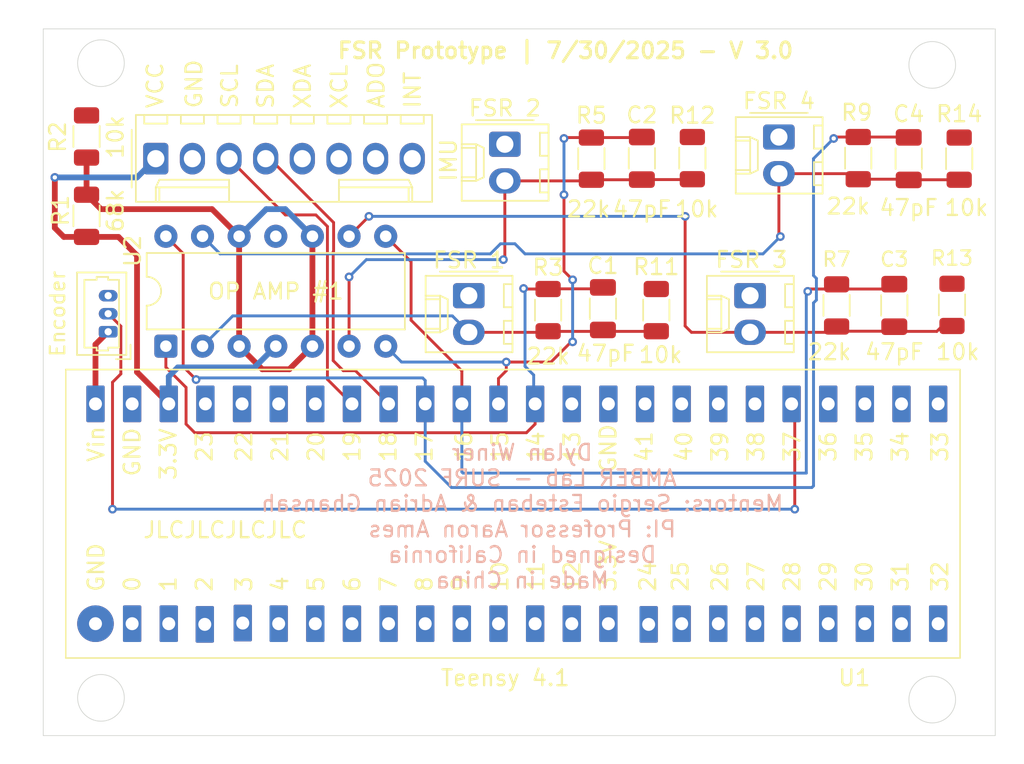
<source format=kicad_pcb>
(kicad_pcb (version 20241229) (generator "pcbnew") (generator_version "9.0")
  (layers (0 "F.Cu" signal "Front") (2 "B.Cu" signal "Back") (13 "F.Paste" user) (15 "B.Paste" user) (5 "F.SilkS" user "F.Silkscreen") (7 "B.SilkS" user "B.Silkscreen") (1 "F.Mask" user) (3 "B.Mask" user) (25 "Edge.Cuts" user))
  (net 0 "")
  (net 1 "Net-(U1-14_A0_TX3_SPDIF_OUT)")
  (net 2 "Net-(J1-Pin_2)")
  (net 3 "Net-(J2-Pin_2)")
  (net 4 "Net-(U1-15_A1_RX3_SPDIF_IN)")
  (net 5 "Net-(J3-Pin_2)")
  (net 6 "Net-(U1-16_A2_RX4_SCL1)")
  (net 7 "Net-(U1-17_A3_TX4_SDA1)")
  (net 8 "Net-(J4-Pin_2)")
  (net 9 "GND")
  (net 11 "Net-(J17-Pin_4)")
  (net 13 "Net-(J17-Pin_3)")
  (net 15 "Net-(J17-Pin_1)")
  (net 16 "Net-(J19-Pin_2)")
  (net 17 "Net-(J19-Pin_1)")
  (net 18 "Net-(U2A-+)")
  (footprint "MyTeensyLiv:Teensy_4.1" (layer "F.Cu") (at 110.56 73.62 90)
    (property "Reference" "U1" (at -11.38 24.67 0) (layer "F.SilkS") (effects (font (size 1.1 1.1) (thickness 0.16))))
    (property "Value" "Teensy4.1")
    (fp_text user "3" (at -5.5 -17 90) (layer "F.SilkS") (effects (font (size 1.1 1.1) (thickness 0.16)) (justify left bottom)))
    (fp_text user "28" (at -5.5 21 90) (layer "F.SilkS") (effects (font (size 1.1 1.1) (thickness 0.16)) (justify left bottom)))
    (fp_text user "21" (at 3.5 -14.5 90) (layer "F.SilkS") (effects (font (size 1.1 1.1) (thickness 0.16)) (justify left bottom)))
    (fp_text user "GND" (at -5.5 -27.25 90) (layer "F.SilkS") (effects (font (size 1.1 1.1) (thickness 0.16)) (justify left bottom)))
    (fp_text user "32" (at -5.5 31.25 90) (layer "F.SilkS") (effects (font (size 1.1 1.1) (thickness 0.16)) (justify left bottom)))
    (fp_text user "Vin" (at 3.5 -27.25 90) (layer "F.SilkS") (effects (font (size 1.1 1.1) (thickness 0.16)) (justify left bottom)))
    (fp_text user "10" (at -5.5 0.75 90) (layer "F.SilkS") (effects (font (size 1.1 1.1) (thickness 0.16)) (justify left bottom)))
    (fp_text user "11" (at -5.5 3.25 90) (layer "F.SilkS") (effects (font (size 1.1 1.1) (thickness 0.16)) (justify left bottom)))
    (fp_text user "27" (at -5.5 18.5 90) (layer "F.SilkS") (effects (font (size 1.1 1.1) (thickness 0.16)) (justify left bottom)))
    (fp_text user "18" (at 3.5 -7 90) (layer "F.SilkS") (effects (font (size 1.1 1.1) (thickness 0.16)) (justify left bottom)))
    (fp_text user "23" (at 3.5 -19.75 90) (layer "F.SilkS") (effects (font (size 1.1 1.1) (thickness 0.16)) (justify left bottom)))
    (fp_text user "15" (at 3.5 0.75 90) (layer "F.SilkS") (effects (font (size 1.1 1.1) (thickness 0.16)) (justify left bottom)))
    (fp_text user "25" (at -5.5 13.25 90) (layer "F.SilkS") (effects (font (size 1.1 1.1) (thickness 0.16)) (justify left bottom)))
    (fp_text user "GND" (at 2.5 -24.75 90) (layer "F.SilkS") (effects (font (size 1.1 1.1) (thickness 0.16)) (justify left bottom)))
    (fp_text user "19" (at 3.5 -9.5 90) (layer "F.SilkS") (effects (font (size 1.1 1.1) (thickness 0.16)) (justify left bottom)))
    (fp_text user "9" (at -5.5 -2 90) (layer "F.SilkS") (effects (font (size 1.1 1.1) (thickness 0.16)) (justify left bottom)))
    (fp_text user "7" (at -5.5 -7 90) (layer "F.SilkS") (effects (font (size 1.1 1.1) (thickness 0.16)) (justify left bottom)))
    (fp_text user "4" (at -5.5 -14.5 90) (layer "F.SilkS") (effects (font (size 1.1 1.1) (thickness 0.16)) (justify left bottom)))
    (fp_text user "13" (at 3.5 5.75 90) (layer "F.SilkS") (effects (font (size 1.1 1.1) (thickness 0.16)) (justify left bottom)))
    (fp_text user "8" (at -5.5 -4.5 90) (layer "F.SilkS") (effects (font (size 1.1 1.1) (thickness 0.16)) (justify left bottom)))
    (fp_text user "3.3V" (at 2.25 -22.25 90) (layer "F.SilkS") (effects (font (size 1.1 1.1) (thickness 0.16)) (justify left bottom)))
    (fp_text user "41" (at 3.5 10.75 90) (layer "F.SilkS") (effects (font (size 1.1 1.1) (thickness 0.16)) (justify left bottom)))
    (fp_text user "20" (at 3.5 -12 90) (layer "F.SilkS") (effects (font (size 1.1 1.1) (thickness 0.16)) (justify left bottom)))
    (fp_text user "34" (at 3.5 28.5 90) (layer "F.SilkS") (effects (font (size 1.1 1.1) (thickness 0.16)) (justify left bottom)))
    (fp_text user "3.3V" (at -5.5 8.25 90) (layer "F.SilkS") (effects (font (size 1.1 1.1) (thickness 0.16)) (justify left bottom)))
    (fp_text user "22" (at 3.5 -17 90) (layer "F.SilkS") (effects (font (size 1.1 1.1) (thickness 0.16)) (justify left bottom)))
    (fp_text user "0" (at -5.5 -24.75 90) (layer "F.SilkS") (effects (font (size 1.1 1.1) (thickness 0.16)) (justify left bottom)))
    (fp_text user "2" (at -5.5 -19.75 90) (layer "F.SilkS") (effects (font (size 1.1 1.1) (thickness 0.16)) (justify left bottom)))
    (fp_text user "30" (at -5.5 26 90) (layer "F.SilkS") (effects (font (size 1.1 1.1) (thickness 0.16)) (justify left bottom)))
    (fp_text user "6" (at -5.5 -9.5 90) (layer "F.SilkS") (effects (font (size 1.1 1.1) (thickness 0.16)) (justify left bottom)))
    (fp_text user "33" (at 3.5 31.25 90) (layer "F.SilkS") (effects (font (size 1.1 1.1) (thickness 0.16)) (justify left bottom)))
    (fp_text user "GND" (at 2.75 8.25 90) (layer "F.SilkS") (effects (font (size 1.1 1.1) (thickness 0.16)) (justify left bottom)))
    (fp_text user "5" (at -5.5 -12 90) (layer "F.SilkS") (effects (font (size 1.1 1.1) (thickness 0.16)) (justify left bottom)))
    (fp_text user "24" (at -5.5 11 90) (layer "F.SilkS") (effects (font (size 1.1 1.1) (thickness 0.16)) (justify left bottom)))
    (fp_text user "14" (at 3.5 3.25 90) (layer "F.SilkS") (effects (font (size 1.1 1.1) (thickness 0.16)) (justify left bottom)))
    (fp_text user "26" (at -5.5 16 90) (layer "F.SilkS") (effects (font (size 1.1 1.1) (thickness 0.16)) (justify left bottom)))
    (fp_text user "35" (at 3.5 26 90) (layer "F.SilkS") (effects (font (size 1.1 1.1) (thickness 0.16)) (justify left bottom)))
    (fp_text user "31" (at -5.5 28.5 90) (layer "F.SilkS") (effects (font (size 1.1 1.1) (thickness 0.16)) (justify left bottom)))
    (fp_text user "39" (at 3.5 16 90) (layer "F.SilkS") (effects (font (size 1.1 1.1) (thickness 0.16)) (justify left bottom)))
    (fp_text user "1" (at -5.5 -22.25 90) (layer "F.SilkS") (effects (font (size 1.1 1.1) (thickness 0.16)) (justify left bottom)))
    (fp_text user "12" (at -5.5 5.75 90) (layer "F.SilkS") (effects (font (size 1.1 1.1) (thickness 0.16)) (justify left bottom)))
    (fp_text user "40" (at 3.5 13.5 90) (layer "F.SilkS") (effects (font (size 1.1 1.1) (thickness 0.16)) (justify left bottom)))
    (fp_text user "37" (at 3.5 21 90) (layer "F.SilkS") (effects (font (size 1.1 1.1) (thickness 0.16)) (justify left bottom)))
    (fp_text user "29" (at -5.5 23.5 90) (layer "F.SilkS") (effects (font (size 1.1 1.1) (thickness 0.16)) (justify left bottom)))
    (fp_text user "36" (at 3.5 23.5 90) (layer "F.SilkS") (effects (font (size 1.1 1.1) (thickness 0.16)) (justify left bottom)))
    (fp_text user "38" (at 3.5 18.5 90) (layer "F.SilkS") (effects (font (size 1.1 1.1) (thickness 0.16)) (justify left bottom)))
    (fp_text user "17" (at 3.5 -4.5 90) (layer "F.SilkS") (effects (font (size 1.1 1.1) (thickness 0.16)) (justify left bottom)))
    (fp_text user "16" (at 3.5 -1.75 90) (layer "F.SilkS") (effects (font (size 1.1 1.1) (thickness 0.16)) (justify left bottom)))
    (pad "1" thru_hole circle (at -7.62 -27.94 90) (size 2.54 2.54) (drill 0.9) (layers "*.Cu" "*.Mask") (net 9 "GND"))
    (pad "2" thru_hole roundrect (at -7.62 -25.4 90) (size 2.54 1.27) (drill 0.9) (layers "*.Cu" "*.Mask") (roundrect_rratio 0.075))
    (pad "3" thru_hole roundrect (at -7.62 -22.86 90) (size 2.54 1.27) (drill 0.9) (layers "*.Cu" "*.Mask") (roundrect_rratio 0.075))
    (pad "4" thru_hole roundrect (at -7.667039 -20.36208 90) (size 2.54 1.27) (drill 0.9) (layers "*.Cu" "*.Mask") (roundrect_rratio 0.075))
    (pad "5" thru_hole roundrect (at -7.576266 -17.729653 90) (size 2.54 1.27) (drill 0.9) (layers "*.Cu" "*.Mask") (roundrect_rratio 0.075))
    (pad "6" thru_hole roundrect (at -7.62 -15.24 90) (size 2.54 1.27) (drill 0.9) (layers "*.Cu" "*.Mask") (roundrect_rratio 0.075))
    (pad "7" thru_hole roundrect (at -7.62 -12.7 90) (size 2.54 1.27) (drill 0.9) (layers "*.Cu" "*.Mask") (roundrect_rratio 0.075))
    (pad "8" thru_hole roundrect (at -7.62 -10.16 90) (size 2.54 1.27) (drill 0.9) (layers "*.Cu" "*.Mask") (roundrect_rratio 0.075))
    (pad "9" thru_hole roundrect (at -7.62 -7.62 90) (size 2.54 1.27) (drill 0.9) (layers "*.Cu" "*.Mask") (roundrect_rratio 0.075))
    (pad "10" thru_hole roundrect (at -7.62 -5.08 90) (size 2.54 1.27) (drill 0.9) (layers "*.Cu" "*.Mask") (roundrect_rratio 0.075))
    (pad "11" thru_hole roundrect (at -7.62 -2.54 90) (size 2.54 1.27) (drill 0.9) (layers "*.Cu" "*.Mask") (roundrect_rratio 0.075))
    (pad "12" thru_hole roundrect (at -7.62 0 90) (size 2.54 1.27) (drill 0.9) (layers "*.Cu" "*.Mask") (roundrect_rratio 0.075))
    (pad "13" thru_hole roundrect (at -7.62 2.54 90) (size 2.54 1.27) (drill 0.9) (layers "*.Cu" "*.Mask") (roundrect_rratio 0.075))
    (pad "14" thru_hole roundrect (at -7.62 5.08 90) (size 2.54 1.27) (drill 0.9) (layers "*.Cu" "*.Mask") (roundrect_rratio 0.075))
    (pad "15" thru_hole roundrect (at -7.62 7.62 90) (size 2.54 1.27) (drill 0.9) (layers "*.Cu" "*.Mask") (roundrect_rratio 0.075))
    (pad "16" thru_hole roundrect (at -7.667039 10.41008 90) (size 2.54 1.27) (drill 0.9) (layers "*.Cu" "*.Mask") (roundrect_rratio 0.075))
    (pad "17" thru_hole roundrect (at -7.62 12.7 90) (size 2.54 1.27) (drill 0.9) (layers "*.Cu" "*.Mask") (roundrect_rratio 0.075))
    (pad "18" thru_hole roundrect (at -7.62 15.24 90) (size 2.54 1.27) (drill 0.9) (layers "*.Cu" "*.Mask") (roundrect_rratio 0.075))
    (pad "19" thru_hole roundrect (at -7.62 17.78 90) (size 2.54 1.27) (drill 0.9) (layers "*.Cu" "*.Mask") (roundrect_rratio 0.075))
    (pad "20" thru_hole roundrect (at -7.62 20.32 90) (size 2.54 1.27) (drill 0.9) (layers "*.Cu" "*.Mask") (roundrect_rratio 0.075))
    (pad "21" thru_hole roundrect (at -7.62 22.86 90) (size 2.54 1.27) (drill 0.9) (layers "*.Cu" "*.Mask") (roundrect_rratio 0.075))
    (pad "22" thru_hole roundrect (at -7.62 25.4 90) (size 2.54 1.27) (drill 0.9) (layers "*.Cu" "*.Mask") (roundrect_rratio 0.075))
    (pad "23" thru_hole roundrect (at -7.62 27.94 90) (size 2.54 1.27) (drill 0.9) (layers "*.Cu" "*.Mask") (roundrect_rratio 0.075))
    (pad "24" thru_hole roundrect (at -7.62 30.48 90) (size 2.54 1.27) (drill 0.9) (layers "*.Cu" "*.Mask") (roundrect_rratio 0.075))
    (pad "25" thru_hole roundrect (at 7.62 30.48 90) (size 2.54 1.27) (drill 0.9) (layers "*.Cu" "*.Mask") (roundrect_rratio 0.075))
    (pad "26" thru_hole roundrect (at 7.62 27.94 90) (size 2.54 1.27) (drill 0.9) (layers "*.Cu" "*.Mask") (roundrect_rratio 0.075))
    (pad "27" thru_hole roundrect (at 7.62 25.4 90) (size 2.54 1.27) (drill 0.9) (layers "*.Cu" "*.Mask") (roundrect_rratio 0.075))
    (pad "28" thru_hole roundrect (at 7.62 22.86 90) (size 2.54 1.27) (drill 0.9) (layers "*.Cu" "*.Mask") (roundrect_rratio 0.075))
    (pad "29" thru_hole roundrect (at 7.62 20.32 90) (size 2.54 1.27) (drill 0.9) (layers "*.Cu" "*.Mask") (roundrect_rratio 0.075) (net 16 "Net-(J19-Pin_2)"))
    (pad "30" thru_hole roundrect (at 7.62 17.78 90) (size 2.54 1.27) (drill 0.9) (layers "*.Cu" "*.Mask") (roundrect_rratio 0.075))
    (pad "31" thru_hole roundrect (at 7.62 15.24 90) (size 2.54 1.27) (drill 0.9) (layers "*.Cu" "*.Mask") (roundrect_rratio 0.075))
    (pad "32" thru_hole roundrect (at 7.62 12.7 90) (size 2.54 1.27) (drill 0.9) (layers "*.Cu" "*.Mask") (roundrect_rratio 0.075))
    (pad "33" thru_hole roundrect (at 7.62 10.16 90) (size 2.54 1.27) (drill 0.9) (layers "*.Cu" "*.Mask") (roundrect_rratio 0.075))
    (pad "34" thru_hole roundrect (at 7.62 7.62 90) (size 2.54 1.27) (drill 0.9) (layers "*.Cu" "*.Mask") (roundrect_rratio 0.075))
    (pad "35" thru_hole roundrect (at 7.62 5.08 90) (size 2.54 1.27) (drill 0.9) (layers "*.Cu" "*.Mask") (roundrect_rratio 0.075))
    (pad "36" thru_hole roundrect (at 7.62 2.54 90) (size 2.54 1.27) (drill 0.9) (layers "*.Cu" "*.Mask") (roundrect_rratio 0.075) (net 1 "Net-(U1-14_A0_TX3_SPDIF_OUT)"))
    (pad "37" thru_hole roundrect (at 7.62 0 90) (size 2.54 1.27) (drill 0.9) (layers "*.Cu" "*.Mask") (roundrect_rratio 0.075) (net 4 "Net-(U1-15_A1_RX3_SPDIF_IN)"))
    (pad "38" thru_hole roundrect (at 7.62 -2.54 90) (size 2.54 1.27) (drill 0.9) (layers "*.Cu" "*.Mask") (roundrect_rratio 0.075) (net 6 "Net-(U1-16_A2_RX4_SCL1)"))
    (pad "39" thru_hole roundrect (at 7.62 -5.08 90) (size 2.54 1.27) (drill 0.9) (layers "*.Cu" "*.Mask") (roundrect_rratio 0.075) (net 7 "Net-(U1-17_A3_TX4_SDA1)"))
    (pad "40" thru_hole roundrect (at 7.62 -7.62 90) (size 2.54 1.27) (drill 0.9) (layers "*.Cu" "*.Mask") (roundrect_rratio 0.075) (net 11 "Net-(J17-Pin_4)"))
    (pad "41" thru_hole roundrect (at 7.62 -10.16 90) (size 2.54 1.27) (drill 0.9) (layers "*.Cu" "*.Mask") (roundrect_rratio 0.075) (net 13 "Net-(J17-Pin_3)"))
    (pad "42" thru_hole roundrect (at 7.62 -12.7 90) (size 2.54 1.27) (drill 0.9) (layers "*.Cu" "*.Mask") (roundrect_rratio 0.075))
    (pad "43" thru_hole roundrect (at 7.62 -15.24 90) (size 2.54 1.27) (drill 0.9) (layers "*.Cu" "*.Mask") (roundrect_rratio 0.075))
    (pad "44" thru_hole roundrect (at 7.62 -17.78 90) (size 2.54 1.27) (drill 0.9) (layers "*.Cu" "*.Mask") (roundrect_rratio 0.075))
    (pad "45" thru_hole roundrect (at 7.62 -20.32 90) (size 2.54 1.27) (drill 0.9) (layers "*.Cu" "*.Mask") (roundrect_rratio 0.075))
    (pad "46" thru_hole roundrect (at 7.62 -22.86 90) (size 2.54 1.27) (drill 0.9) (layers "*.Cu" "*.Mask") (roundrect_rratio 0.075) (net 15 "Net-(J17-Pin_1)"))
    (pad "47" thru_hole roundrect (at 7.62 -25.4 90) (size 2.54 1.27) (drill 0.9) (layers "*.Cu" "*.Mask") (roundrect_rratio 0.075))
    (pad "48" thru_hole roundrect (at 7.62 -27.94 90) (size 2.54 1.27) (drill 0.9) (layers "*.Cu" "*.Mask") (roundrect_rratio 0.075) (net 17 "Net-(J19-Pin_1)"))
  )
  (footprint "Capacitor_SMD:C_1206_3216Metric" (layer "F.Cu") (at 117.8 59.4 90)
    (property "Reference" "C1" (at 2.975 0 180) (layer "F.SilkS") (effects (font (size 1.1 1.1) (thickness 0.16))))
    (property "Value" "47pF" (at -3.1 0.2 180) (layer "F.SilkS") (effects (font (size 1.1 1.1) (thickness 0.16))))
    (pad "1" smd roundrect (at -1.475 0 90) (size 1.15 1.8) (layers "F.Cu" "F.Mask" "F.Paste") (roundrect_rratio 0.217391) (net 2 "Net-(J1-Pin_2)"))
    (pad "2" smd roundrect (at 1.475 0 90) (size 1.15 1.8) (layers "F.Cu" "F.Mask" "F.Paste") (roundrect_rratio 0.217391) (net 1 "Net-(U1-14_A0_TX3_SPDIF_OUT)"))
  )
  (footprint "Capacitor_SMD:C_1206_3216Metric" (layer "F.Cu") (at 120.5 48.975 90)
    (property "Reference" "C2" (at 3 0 180) (layer "F.SilkS") (effects (font (size 1.1 1.1) (thickness 0.16))))
    (property "Value" "47pF" (at -3.525 0 180) (layer "F.SilkS") (effects (font (size 1.1 1.1) (thickness 0.16))))
    (pad "1" smd roundrect (at -1.475 0 90) (size 1.15 1.8) (layers "F.Cu" "F.Mask" "F.Paste") (roundrect_rratio 0.217391) (net 3 "Net-(J2-Pin_2)"))
    (pad "2" smd roundrect (at 1.475 0 90) (size 1.15 1.8) (layers "F.Cu" "F.Mask" "F.Paste") (roundrect_rratio 0.217391) (net 4 "Net-(U1-15_A1_RX3_SPDIF_IN)"))
  )
  (footprint "Resistor_SMD:R_1206_3216Metric" (layer "F.Cu") (at 114 59.5 90)
    (property "Reference" "R3" (at 2.9625 0 180) (layer "F.SilkS") (effects (font (size 1.1 1.1) (thickness 0.16))))
    (property "Value" "22k" (at -3.2 0 180) (layer "F.SilkS") (effects (font (size 1.1 1.1) (thickness 0.16))))
    (pad "1" smd roundrect (at -1.4625 0 90) (size 1.125 1.75) (layers "F.Cu" "F.Mask" "F.Paste") (roundrect_rratio 0.222222) (net 2 "Net-(J1-Pin_2)"))
    (pad "2" smd roundrect (at 1.4625 0 90) (size 1.125 1.75) (layers "F.Cu" "F.Mask" "F.Paste") (roundrect_rratio 0.222222) (net 1 "Net-(U1-14_A0_TX3_SPDIF_OUT)"))
  )
  (footprint "Capacitor_SMD:C_1206_3216Metric" (layer "F.Cu") (at 138 59.175 90)
    (property "Reference" "C3" (at 3.2 0 0) (layer "F.SilkS"))
    (property "Value" "47pF" (at -3.225 0 0) (layer "F.SilkS") (effects (font (size 1.1 1.1) (thickness 0.16))))
    (pad "1" smd roundrect (at -1.475 0 90) (size 1.15 1.8) (layers "F.Cu" "F.Mask" "F.Paste") (roundrect_rratio 0.217391) (net 5 "Net-(J3-Pin_2)"))
    (pad "2" smd roundrect (at 1.475 0 90) (size 1.15 1.8) (layers "F.Cu" "F.Mask" "F.Paste") (roundrect_rratio 0.217391) (net 6 "Net-(U1-16_A2_RX4_SCL1)"))
  )
  (footprint "Resistor_SMD:R_1206_3216Metric" (layer "F.Cu") (at 117 49 90)
    (property "Reference" "R5" (at 3 0 180) (layer "F.SilkS") (effects (font (size 1.1 1.1) (thickness 0.16))))
    (property "Value" "22k" (at -3.5 -0.2 180) (layer "F.SilkS") (effects (font (size 1.1 1.1) (thickness 0.16))))
    (pad "1" smd roundrect (at -1.4625 0 90) (size 1.125 1.75) (layers "F.Cu" "F.Mask" "F.Paste") (roundrect_rratio 0.222222) (net 3 "Net-(J2-Pin_2)"))
    (pad "2" smd roundrect (at 1.4625 0 90) (size 1.125 1.75) (layers "F.Cu" "F.Mask" "F.Paste") (roundrect_rratio 0.222222) (net 4 "Net-(U1-15_A1_RX3_SPDIF_IN)"))
  )
  (footprint "Resistor_SMD:R_1206_3216Metric" (layer "F.Cu") (at 142 59.1375 -90)
    (property "Reference" "R13" (at -3.2375 0 0) (layer "F.SilkS"))
    (property "Value" "10k" (at 3.2625 -0.4 0) (layer "F.SilkS") (effects (font (size 1.1 1.1) (thickness 0.16))))
    (pad "1" smd roundrect (at -1.4625 0 270) (size 1.125 1.75) (layers "F.Cu" "F.Mask" "F.Paste") (roundrect_rratio 0.222222) (net 9 "GND"))
    (pad "2" smd roundrect (at 1.4625 0 270) (size 1.125 1.75) (layers "F.Cu" "F.Mask" "F.Paste") (roundrect_rratio 0.222222) (net 5 "Net-(J3-Pin_2)"))
  )
  (footprint "Resistor_SMD:R_1206_3216Metric" (layer "F.Cu") (at 134 59.175 90)
    (property "Reference" "R7" (at 3.2 0 0) (layer "F.SilkS"))
    (property "Value" "22k" (at -3.225 -0.5 0) (layer "F.SilkS") (effects (font (size 1.1 1.1) (thickness 0.16))))
    (pad "1" smd roundrect (at -1.4625 0 90) (size 1.125 1.75) (layers "F.Cu" "F.Mask" "F.Paste") (roundrect_rratio 0.222222) (net 5 "Net-(J3-Pin_2)"))
    (pad "2" smd roundrect (at 1.4625 0 90) (size 1.125 1.75) (layers "F.Cu" "F.Mask" "F.Paste") (roundrect_rratio 0.222222) (net 6 "Net-(U1-16_A2_RX4_SCL1)"))
  )
  (footprint "Resistor_SMD:R_1206_3216Metric" (layer "F.Cu") (at 82 52.9625 90)
    (property "Reference" "R1" (at 0.3625 -1.8 270) (layer "F.SilkS") (effects (font (size 1.1 1.1) (thickness 0.16))))
    (property "Value" "68k" (at 0.3625 2 90) (layer "F.SilkS") (effects (font (size 1.1 1.1) (thickness 0.16))))
    (pad "1" smd roundrect (at -1.4625 0 90) (size 1.125 1.75) (layers "F.Cu" "F.Mask" "F.Paste") (roundrect_rratio 0.222222) (net 15 "Net-(J17-Pin_1)"))
    (pad "2" smd roundrect (at 1.4625 0 90) (size 1.125 1.75) (layers "F.Cu" "F.Mask" "F.Paste") (roundrect_rratio 0.222222) (net 18 "Net-(U2A-+)"))
  )
  (footprint "Resistor_SMD:R_1206_3216Metric" (layer "F.Cu") (at 124 48.9625 -90)
    (property "Reference" "R12" (at -2.9625 0 0) (layer "F.SilkS") (effects (font (size 1.1 1.1) (thickness 0.16))))
    (property "Value" "10k" (at 3.5375 -0.3 180) (layer "F.SilkS") (effects (font (size 1.1 1.1) (thickness 0.16))))
    (pad "1" smd roundrect (at -1.4625 0 270) (size 1.125 1.75) (layers "F.Cu" "F.Mask" "F.Paste") (roundrect_rratio 0.222222) (net 9 "GND"))
    (pad "2" smd roundrect (at 1.4625 0 270) (size 1.125 1.75) (layers "F.Cu" "F.Mask" "F.Paste") (roundrect_rratio 0.222222) (net 3 "Net-(J2-Pin_2)"))
  )
  (footprint "Connector_Molex:Molex_KK-254_AE-6410-08A_1x08_P2.54mm_Vertical" (layer "F.Cu") (at 86.8 49)
    (property "Reference" "IMU" (at 20.3 0.1 90) (layer "F.SilkS") (effects (font (size 1.1 1.1) (thickness 0.16))))
    (property "Value" "Conn_01x08")
    (pad "1" thru_hole roundrect (at 0 0) (size 1.74 2.19) (drill 1.19) (layers "*.Cu" "*.Mask") (roundrect_rratio 0.143678) (net 15 "Net-(J17-Pin_1)"))
    (pad "2" thru_hole oval (at 2.54 0) (size 1.74 2.19) (drill 1.19) (layers "*.Cu" "*.Mask") (net 9 "GND"))
    (pad "3" thru_hole oval (at 5.08 0) (size 1.74 2.19) (drill 1.19) (layers "*.Cu" "*.Mask") (net 13 "Net-(J17-Pin_3)"))
    (pad "4" thru_hole oval (at 7.62 0) (size 1.74 2.19) (drill 1.19) (layers "*.Cu" "*.Mask") (net 11 "Net-(J17-Pin_4)"))
    (pad "5" thru_hole oval (at 10.16 0) (size 1.74 2.19) (drill 1.19) (layers "*.Cu" "*.Mask"))
    (pad "6" thru_hole oval (at 12.7 0) (size 1.74 2.19) (drill 1.19) (layers "*.Cu" "*.Mask"))
    (pad "7" thru_hole oval (at 15.24 0) (size 1.74 2.19) (drill 1.19) (layers "*.Cu" "*.Mask"))
    (pad "8" thru_hole oval (at 17.78 0) (size 1.74 2.19) (drill 1.19) (layers "*.Cu" "*.Mask"))
  )
  (footprint "Connector_Molex:Molex_KK-254_AE-6410-02A_1x02_P2.54mm_Vertical" (layer "F.Cu") (at 111 48 -90)
    (property "Reference" "FSR 2" (at -2.5 0 180) (layer "F.SilkS") (effects (font (size 1.1 1.1) (thickness 0.16))))
    (property "Value" "FSR_2_Conn")
    (pad "1" thru_hole roundrect (at 0 0 270) (size 1.74 2.19) (drill 1.19) (layers "*.Cu" "*.Mask") (roundrect_rratio 0.143678) (net 9 "GND"))
    (pad "2" thru_hole oval (at 2.54 0 270) (size 1.74 2.19) (drill 1.19) (layers "*.Cu" "*.Mask") (net 3 "Net-(J2-Pin_2)"))
  )
  (footprint "Connector_Molex:Molex_KK-254_AE-6410-02A_1x02_P2.54mm_Vertical" (layer "F.Cu") (at 130 47.5 -90)
    (property "Reference" "FSR 4" (at -2.5 0 180) (layer "F.SilkS") (effects (font (size 1.1 1.1) (thickness 0.16))))
    (property "Value" "FSR_4_Conn")
    (pad "1" thru_hole roundrect (at 0 0 270) (size 1.74 2.19) (drill 1.19) (layers "*.Cu" "*.Mask") (roundrect_rratio 0.143678) (net 9 "GND"))
    (pad "2" thru_hole oval (at 2.54 0 270) (size 1.74 2.19) (drill 1.19) (layers "*.Cu" "*.Mask") (net 8 "Net-(J4-Pin_2)"))
  )
  (footprint "Resistor_SMD:R_1206_3216Metric" (layer "F.Cu") (at 135.5 48.9625 90)
    (property "Reference" "R9" (at 3.1625 -0.1 0) (layer "F.SilkS") (effects (font (size 1.1 1.1) (thickness 0.16))))
    (property "Value" "22k" (at -3.3375 -0.7 0) (layer "F.SilkS") (effects (font (size 1.1 1.1) (thickness 0.16))))
    (pad "1" smd roundrect (at -1.4625 0 90) (size 1.125 1.75) (layers "F.Cu" "F.Mask" "F.Paste") (roundrect_rratio 0.222222) (net 8 "Net-(J4-Pin_2)"))
    (pad "2" smd roundrect (at 1.4625 0 90) (size 1.125 1.75) (layers "F.Cu" "F.Mask" "F.Paste") (roundrect_rratio 0.222222) (net 7 "Net-(U1-17_A3_TX4_SDA1)"))
  )
  (footprint "Resistor_SMD:R_1206_3216Metric" (layer "F.Cu") (at 82 47.4625 90)
    (property "Reference" "R2" (at -0.0375 -2 270) (layer "F.SilkS") (effects (font (size 1.1 1.1) (thickness 0.16))))
    (property "Value" "10k" (at -0.0375 2 90) (layer "F.SilkS") (effects (font (size 1.1 1.1) (thickness 0.16))))
    (pad "1" smd roundrect (at -1.4625 0 90) (size 1.125 1.75) (layers "F.Cu" "F.Mask" "F.Paste") (roundrect_rratio 0.222222) (net 18 "Net-(U2A-+)"))
    (pad "2" smd roundrect (at 1.4625 0 90) (size 1.125 1.75) (layers "F.Cu" "F.Mask" "F.Paste") (roundrect_rratio 0.222222) (net 9 "GND"))
  )
  (footprint "Resistor_SMD:R_1206_3216Metric" (layer "F.Cu") (at 142.5 49 -90)
    (property "Reference" "R14" (at -3.1 0 0) (layer "F.SilkS") (effects (font (size 1.1 1.1) (thickness 0.16))))
    (property "Value" "10k" (at 3.4 -0.5 0) (layer "F.SilkS") (effects (font (size 1.1 1.1) (thickness 0.16))))
    (pad "1" smd roundrect (at -1.4625 0 270) (size 1.125 1.75) (layers "F.Cu" "F.Mask" "F.Paste") (roundrect_rratio 0.222222) (net 9 "GND"))
    (pad "2" smd roundrect (at 1.4625 0 270) (size 1.125 1.75) (layers "F.Cu" "F.Mask" "F.Paste") (roundrect_rratio 0.222222) (net 8 "Net-(J4-Pin_2)"))
  )
  (footprint "Resistor_SMD:R_1206_3216Metric" (layer "F.Cu") (at 121.5 59.5 -90)
    (property "Reference" "R11" (at -3 0 180) (layer "F.SilkS") (effects (font (size 1.1 1.1) (thickness 0.16))))
    (property "Value" "10k" (at 3.1 -0.3 180) (layer "F.SilkS") (effects (font (size 1.1 1.1) (thickness 0.16))))
    (pad "1" smd roundrect (at -1.4625 0 270) (size 1.125 1.75) (layers "F.Cu" "F.Mask" "F.Paste") (roundrect_rratio 0.222222) (net 9 "GND"))
    (pad "2" smd roundrect (at 1.4625 0 270) (size 1.125 1.75) (layers "F.Cu" "F.Mask" "F.Paste") (roundrect_rratio 0.222222) (net 2 "Net-(J1-Pin_2)"))
  )
  (footprint "Package_DIP:DIP-14_W7.62mm" (layer "F.Cu") (at 87.5 62 90)
    (property "Reference" "U2" (at 6.6 -2.3 90) (layer "F.SilkS") (effects (font (size 1.1 1.1) (thickness 0.16))))
    (property "Value" "MCP6004")
    (pad "1" thru_hole roundrect (at 0 0 90) (size 1.6 1.6) (drill 0.8) (layers "*.Cu" "*.Mask") (roundrect_rratio 0.15625) (net 1 "Net-(U1-14_A0_TX3_SPDIF_OUT)"))
    (pad "2" thru_hole circle (at 0 2.54 90) (size 1.6 1.6) (drill 0.8) (layers "*.Cu" "*.Mask") (net 2 "Net-(J1-Pin_2)"))
    (pad "3" thru_hole circle (at 0 5.08 90) (size 1.6 1.6) (drill 0.8) (layers "*.Cu" "*.Mask") (net 18 "Net-(U2A-+)"))
    (pad "4" thru_hole circle (at 0 7.62 90) (size 1.6 1.6) (drill 0.8) (layers "*.Cu" "*.Mask") (net 15 "Net-(J17-Pin_1)"))
    (pad "5" thru_hole circle (at 0 10.16 90) (size 1.6 1.6) (drill 0.8) (layers "*.Cu" "*.Mask") (net 18 "Net-(U2A-+)"))
    (pad "6" thru_hole circle (at 0 12.7 90) (size 1.6 1.6) (drill 0.8) (layers "*.Cu" "*.Mask") (net 3 "Net-(J2-Pin_2)"))
    (pad "7" thru_hole circle (at 0 15.24 90) (size 1.6 1.6) (drill 0.8) (layers "*.Cu" "*.Mask") (net 4 "Net-(U1-15_A1_RX3_SPDIF_IN)"))
    (pad "8" thru_hole circle (at 7.62 15.24 90) (size 1.6 1.6) (drill 0.8) (layers "*.Cu" "*.Mask") (net 6 "Net-(U1-16_A2_RX4_SCL1)"))
    (pad "9" thru_hole circle (at 7.62 12.7 90) (size 1.6 1.6) (drill 0.8) (layers "*.Cu" "*.Mask") (net 5 "Net-(J3-Pin_2)"))
    (pad "10" thru_hole circle (at 7.62 10.16 90) (size 1.6 1.6) (drill 0.8) (layers "*.Cu" "*.Mask") (net 18 "Net-(U2A-+)"))
    (pad "11" thru_hole circle (at 7.62 7.62 90) (size 1.6 1.6) (drill 0.8) (layers "*.Cu" "*.Mask") (net 9 "GND"))
    (pad "12" thru_hole circle (at 7.62 5.08 90) (size 1.6 1.6) (drill 0.8) (layers "*.Cu" "*.Mask") (net 18 "Net-(U2A-+)"))
    (pad "13" thru_hole circle (at 7.62 2.54 90) (size 1.6 1.6) (drill 0.8) (layers "*.Cu" "*.Mask") (net 8 "Net-(J4-Pin_2)"))
    (pad "14" thru_hole circle (at 7.62 0 90) (size 1.6 1.6) (drill 0.8) (layers "*.Cu" "*.Mask") (net 7 "Net-(U1-17_A3_TX4_SDA1)"))
  )
  (footprint "Connector_Molex:Molex_KK-254_AE-6410-02A_1x02_P2.54mm_Vertical" (layer "F.Cu") (at 128 58.5 -90)
    (property "Reference" "FSR 3" (at -2.5 -0.1 0) (layer "F.SilkS") (effects (font (size 1.1 1.1) (thickness 0.16))))
    (property "Value" "FSR_3_Conn")
    (pad "1" thru_hole roundrect (at 0 0 270) (size 1.74 2.19) (drill 1.19) (layers "*.Cu" "*.Mask") (roundrect_rratio 0.143678) (net 9 "GND"))
    (pad "2" thru_hole oval (at 2.54 0 270) (size 1.74 2.19) (drill 1.19) (layers "*.Cu" "*.Mask") (net 5 "Net-(J3-Pin_2)"))
  )
  (footprint "Capacitor_SMD:C_1206_3216Metric" (layer "F.Cu") (at 139 49 90)
    (property "Reference" "C4" (at 3.1 0 0) (layer "F.SilkS") (effects (font (size 1.1 1.1) (thickness 0.16))))
    (property "Value" "47pF" (at -3.4 0 0) (layer "F.SilkS") (effects (font (size 1.1 1.1) (thickness 0.16))))
    (pad "1" smd roundrect (at -1.475 0 90) (size 1.15 1.8) (layers "F.Cu" "F.Mask" "F.Paste") (roundrect_rratio 0.217391) (net 8 "Net-(J4-Pin_2)"))
    (pad "2" smd roundrect (at 1.475 0 90) (size 1.15 1.8) (layers "F.Cu" "F.Mask" "F.Paste") (roundrect_rratio 0.217391) (net 7 "Net-(U1-17_A3_TX4_SDA1)"))
  )
  (footprint "Connector_Molex:Molex_KK-254_AE-6410-02A_1x02_P2.54mm_Vertical" (layer "F.Cu") (at 108.5 58.5 -90)
    (property "Reference" "FSR 1" (at -2.46 -0.02 180) (layer "F.SilkS") (effects (font (size 1.1 1.1) (thickness 0.16))))
    (property "Value" "FSR_1_Conn")
    (pad "1" thru_hole roundrect (at 0 0 270) (size 1.74 2.19) (drill 1.19) (layers "*.Cu" "*.Mask") (roundrect_rratio 0.143678) (net 9 "GND"))
    (pad "2" thru_hole oval (at 2.54 0 270) (size 1.74 2.19) (drill 1.19) (layers "*.Cu" "*.Mask") (net 2 "Net-(J1-Pin_2)"))
  )
  (footprint "Connector_Molex:Molex_PicoBlade_53047-0310_1x03_P1.25mm_Vertical" (layer "F.Cu") (at 83.5 61 90)
    (property "Reference" "Encoder" (at 1.25 -3.5 90) (layer "F.SilkS"))
    (property "Value" "Conn_01x03")
    (pad "1" thru_hole roundrect (at 0 0 90) (size 0.8 1.3) (drill 0.5) (layers "*.Cu" "*.Mask") (net 17 "Net-(J19-Pin_1)"))
    (pad "2" thru_hole oval (at 1.25 0 90) (size 0.8 1.3) (drill 0.5) (layers "*.Cu" "*.Mask") (net 16 "Net-(J19-Pin_2)"))
    (pad "3" thru_hole oval (at 2.5 0 90) (size 0.8 1.3) (drill 0.5) (layers "*.Cu" "*.Mask") (net 9 "GND"))
  )
  (gr_circle (center 140.631352 42.5) (end 142.237596 42.3) (stroke (width 0.05)) (fill no) (layer "Edge.Cuts"))
  (gr_line (start 79 89) (end 145 89) (stroke (width 0.05)) (layer "Edge.Cuts"))
  (gr_line (start 79 40) (end 79 89) (stroke (width 0.05)) (layer "Edge.Cuts"))
  (gr_circle (center 83 86.381352) (end 84.606244 86.181352) (stroke (width 0.05)) (fill no) (layer "Edge.Cuts"))
  (gr_line (start 145 40) (end 79 40) (stroke (width 0.05)) (layer "Edge.Cuts"))
  (gr_circle (center 140.631352 86.5) (end 142.237596 86.3) (stroke (width 0.05)) (fill no) (layer "Edge.Cuts"))
  (gr_circle (center 83 42.381352) (end 84.606244 42.181352) (stroke (width 0.05)) (fill no) (layer "Edge.Cuts"))
  (gr_line (start 145 89) (end 145 40) (stroke (width 0.05)) (layer "Edge.Cuts"))
  (gr_text "OP AMP #1" (at 95.12 58.195 0) (layer "F.SilkS") (effects (font (size 1.1 1.1) (thickness 0.16))))
  (gr_text "GND" (at 90.1 45.6 90) (layer "F.SilkS") (effects (font (size 1.1 1.1) (thickness 0.16)) (justify left bottom)))
  (gr_text "ADO" (at 102.73 45.6 90) (layer "F.SilkS") (effects (font (size 1.1 1.1) (thickness 0.16)) (justify left bottom)))
  (gr_text "XCL" (at 100.16 45.63 90) (layer "F.SilkS") (effects (font (size 1.1 1.1) (thickness 0.16)) (justify left bottom)))
  (gr_text "VCC" (at 87.4 45.6 90) (layer "F.SilkS") (effects (font (size 1.1 1.1) (thickness 0.16)) (justify left bottom)))
  (gr_text "JLCJLCJLCJLC" (at 91.61 74.74 0) (layer "F.SilkS") (effects (font (size 1.1 1.1) (thickness 0.16))))
  (gr_text "SCL" (at 92.57 45.6 90) (layer "F.SilkS") (effects (font (size 1.1 1.1) (thickness 0.16)) (justify left bottom)))
  (gr_text "SDA" (at 95.06 45.63 90) (layer "F.SilkS") (effects (font (size 1.1 1.1) (thickness 0.16)) (justify left bottom)))
  (gr_text "XDA" (at 97.62 45.63 90) (layer "F.SilkS") (effects (font (size 1.1 1.1) (thickness 0.16)) (justify left bottom)))
  (gr_text "INT" (at 105.24 45.6 90) (layer "F.SilkS") (effects (font (size 1.1 1.1) (thickness 0.16)) (justify left bottom)))
  (gr_text "Teensy 4.1" (at 111.03 85 0) (layer "F.SilkS") (effects (font (size 1.1 1.1) (thickness 0.16))))
  (gr_text "FSR Prototype | 7/30/2025 - V 3.0" (at 99.3 42.15 0) (layer "F.SilkS") (effects (font (size 1.1 1.1) (thickness 0.21) (bold yes)) (justify left bottom)))
  (gr_text "Dylan Winer\nAMBER Lab - SURF 2025\nMentors: Sergio Esteban & Adrian Ghansah\nPI: Professor Aaron Ames\nDesigned in California\nMade in China" (at 112.2 73.8 0) (layer "B.SilkS") (effects (font (size 1.1 1.1) (thickness 0.16)) (justify mirror)))
  (segment (start 114.0125 58.025) (end 114 58.0375) (width 0.2) (layer "F.Cu") (net 1))
  (segment (start 88.9 64.8615) (end 88.9 67.4) (width 0.2) (layer "F.Cu") (net 1))
  (segment (start 117.5 58.025) (end 114.0125 58.025) (width 0.2) (layer "F.Cu") (net 1))
  (segment (start 112.5375 58.0375) (end 114 58.0375) (width 0.2) (layer "F.Cu") (net 1))
  (segment (start 89.5 68) (end 112.5 68) (width 0.2) (layer "F.Cu") (net 1))
  (segment (start 87.5 63.4615) (end 88.9 64.8615) (width 0.2) (layer "F.Cu") (net 1))
  (segment (start 88.9 67.4) (end 89.5 68) (width 0.2) (layer "F.Cu") (net 1))
  (segment (start 112.5 58) (end 112.5375 58.0375) (width 0.2) (layer "F.Cu") (net 1))
  (segment (start 112.5 68) (end 113.1 67.4) (width 0.2) (layer "F.Cu") (net 1))
  (segment (start 112.3 58) (end 112.5 58) (width 0.2) (layer "F.Cu") (net 1))
  (segment (start 113.1 67.4) (end 113.1 66) (width 0.2) (layer "F.Cu") (net 1))
  (segment (start 87.5 62) (end 87.5 63.4615) (width 0.2) (layer "F.Cu") (net 1))
  (via (at 112.3 58) (size 0.6) (drill 0.3) (layers "F.Cu" "B.Cu") (net 1))
  (segment (start 112.3 58) (end 112.4 58.1) (width 0.2) (layer "B.Cu") (net 1))
  (segment (start 112.4 63.4) (end 113 64) (width 0.2) (layer "B.Cu") (net 1))
  (segment (start 113 65.9) (end 113.1 66) (width 0.2) (layer "B.Cu") (net 1))
  (segment (start 113 64) (end 113 65.9) (width 0.2) (layer "B.Cu") (net 1))
  (segment (start 112.4 58.1) (end 112.4 63.4) (width 0.2) (layer "B.Cu") (net 1))
  (segment (start 114.4625 60.9625) (end 114.475 60.975) (width 0.2) (layer "F.Cu") (net 2))
  (segment (start 117.5 60.975) (end 120.9875 60.975) (width 0.2) (layer "F.Cu") (net 2))
  (segment (start 114 60.9625) (end 114.4625 60.9625) (width 0.2) (layer "F.Cu") (net 2))
  (segment (start 114.475 60.975) (end 117.5 60.975) (width 0.2) (layer "F.Cu") (net 2))
  (segment (start 108.5 61.04) (end 113.9225 61.04) (width 0.2) (layer "F.Cu") (net 2))
  (segment (start 113.9225 61.04) (end 114 60.9625) (width 0.2) (layer "F.Cu") (net 2))
  (segment (start 120.9875 60.975) (end 121 60.9625) (width 0.2) (layer "F.Cu") (net 2))
  (segment (start 108.5 61.04) (end 107.36 59.9) (width 0.2) (layer "B.Cu") (net 2))
  (segment (start 92.14 59.9) (end 90.04 62) (width 0.2) (layer "B.Cu") (net 2))
  (segment (start 107.36 59.9) (end 92.14 59.9) (width 0.2) (layer "B.Cu") (net 2))
  (segment (start 120.5 50.45) (end 123.975 50.45) (width 0.2) (layer "F.Cu") (net 3))
  (segment (start 110.9 56) (end 111 55.9) (width 0.2) (layer "F.Cu") (net 3))
  (segment (start 120.4875 50.4625) (end 120.5 50.45) (width 0.2) (layer "F.Cu") (net 3))
  (segment (start 111 50.54) (end 116.9225 50.54) (width 0.2) (layer "F.Cu") (net 3))
  (segment (start 100.2 57.2) (end 100.2 62) (width 0.2) (layer "F.Cu") (net 3))
  (segment (start 117 50.4625) (end 120.4875 50.4625) (width 0.2) (layer "F.Cu") (net 3))
  (segment (start 111 55.9) (end 111 50.54) (width 0.2) (layer "F.Cu") (net 3))
  (segment (start 123.975 50.45) (end 124 50.425) (width 0.2) (layer "F.Cu") (net 3))
  (via (at 110.9 56) (size 0.6) (drill 0.3) (layers "F.Cu" "B.Cu") (net 3))
  (via (at 100.2 57.2) (size 0.6) (drill 0.3) (layers "F.Cu" "B.Cu") (net 3))
  (segment (start 111 55.9) (end 110.9 56) (width 0.2) (layer "B.Cu") (net 3))
  (segment (start 101.4 56) (end 110.9 56) (width 0.2) (layer "B.Cu") (net 3))
  (segment (start 100.2 57.2) (end 101.4 56) (width 0.2) (layer "B.Cu") (net 3))
  (segment (start 115.5 61.8) (end 114.2 63.1) (width 0.2) (layer "F.Cu") (net 4))
  (segment (start 111.1 63.1) (end 111.1 63.7) (width 0.2) (layer "F.Cu") (net 4))
  (segment (start 110.56 64.24) (end 110.56 66) (width 0.2) (layer "F.Cu") (net 4))
  (segment (start 111.1 63.7) (end 110.56 64.24) (width 0.2) (layer "F.Cu") (net 4))
  (segment (start 120.4625 47.5375) (end 120.5 47.5) (width 0.2) (layer "F.Cu") (net 4))
  (segment (start 115.6 61.8) (end 115.5 61.8) (width 0.2) (layer "F.Cu") (net 4))
  (segment (start 117 47.5375) (end 115.1625 47.5375) (width 0.2) (layer "F.Cu") (net 4))
  (segment (start 115.7 57.4) (end 115.1 56.8) (width 0.2) (layer "F.Cu") (net 4))
  (segment (start 114.2 63.1) (end 111.1 63.1) (width 0.2) (layer "F.Cu") (net 4))
  (segment (start 117 47.5375) (end 120.4625 47.5375) (width 0.2) (layer "F.Cu") (net 4))
  (segment (start 115.7 61.7) (end 115.6 61.8) (width 0.2) (layer "F.Cu") (net 4))
  (segment (start 115.1625 47.5375) (end 115.1 47.6) (width 0.2) (layer "F.Cu") (net 4))
  (segment (start 115.1 56.8) (end 115.1 51.5) (width 0.2) (layer "F.Cu") (net 4))
  (via (at 115.1 47.6) (size 0.6) (drill 0.3) (layers "F.Cu" "B.Cu") (net 4))
  (via (at 115.1 51.5) (size 0.6) (drill 0.3) (layers "F.Cu" "B.Cu") (net 4))
  (via (at 115.7 57.4) (size 0.6) (drill 0.3) (layers "F.Cu" "B.Cu") (net 4))
  (via (at 111.1 63.1) (size 0.6) (drill 0.3) (layers "F.Cu" "B.Cu") (net 4))
  (via (at 115.7 61.7) (size 0.6) (drill 0.3) (layers "F.Cu" "B.Cu") (net 4))
  (segment (start 115.7 61.7) (end 115.7 57.4) (width 0.2) (layer "B.Cu") (net 4))
  (segment (start 102.74 62) (end 103.84 63.1) (width 0.2) (layer "B.Cu") (net 4))
  (segment (start 115.1 47.6) (end 115.1 51.5) (width 0.2) (layer "B.Cu") (net 4))
  (segment (start 103.84 63.1) (end 111.1 63.1) (width 0.2) (layer "B.Cu") (net 4))
  (segment (start 134 60.9625) (end 137.4875 60.9625) (width 0.2) (layer "F.Cu") (net 5))
  (segment (start 100.2 54.38) (end 101.58 53) (width 0.2) (layer "F.Cu") (net 5))
  (segment (start 141.325 60.6) (end 142 60.6) (width 0.2) (layer "F.Cu") (net 5))
  (segment (start 140.95 60.975) (end 141.325 60.6) (width 0.2) (layer "F.Cu") (net 5))
  (segment (start 123.94 61.04) (end 128 61.04) (width 0.2) (layer "F.Cu") (net 5))
  (segment (start 137.4875 60.9625) (end 137.5 60.975) (width 0.2) (layer "F.Cu") (net 5))
  (segment (start 123.5 60.6) (end 123.94 61.04) (width 0.2) (layer "F.Cu") (net 5))
  (segment (start 137.5 60.975) (end 140.95 60.975) (width 0.2) (layer "F.Cu") (net 5))
  (segment (start 133.9225 61.04) (end 134 60.9625) (width 0.2) (layer "F.Cu") (net 5))
  (segment (start 128 61.04) (end 133.9225 61.04) (width 0.2) (layer "F.Cu") (net 5))
  (segment (start 123.5 53) (end 123.5 60.6) (width 0.2) (layer "F.Cu") (net 5))
  (via (at 123.5 53) (size 0.6) (drill 0.3) (layers "F.Cu" "B.Cu") (net 5))
  (via (at 101.58 53) (size 0.6) (drill 0.3) (layers "F.Cu" "B.Cu") (net 5))
  (segment (start 101.58 53) (end 123.5 53) (width 0.2) (layer "B.Cu") (net 5))
  (segment (start 104.5 56.14) (end 104.5 60.2) (width 0.2) (layer "F.Cu") (net 6))
  (segment (start 108.02 63.72) (end 108.02 66) (width 0.2) (layer "F.Cu") (net 6))
  (segment (start 104.5 60.2) (end 108.02 63.72) (width 0.2) (layer "F.Cu") (net 6))
  (segment (start 132 58.2) (end 132.1625 58.0375) (width 0.2) (layer "F.Cu") (net 6))
  (segment (start 102.74 54.38) (end 104.5 56.14) (width 0.2) (layer "F.Cu") (net 6))
  (segment (start 137.6625 58.0375) (end 138 57.7) (width 0.2) (layer "F.Cu") (net 6))
  (segment (start 132.1625 58.0375) (end 137.6625 58.0375) (width 0.2) (layer "F.Cu") (net 6))
  (via (at 132 58.2) (size 0.6) (drill 0.3) (layers "F.Cu" "B.Cu") (net 6))
  (segment (start 108.1 70.8) (end 108.02 70.72) (width 0.2) (layer "B.Cu") (net 6))
  (segment (start 132 58.2) (end 131.9 58.3) (width 0.2) (layer "B.Cu") (net 6))
  (segment (start 131.9 58.3) (end 131.9 70.8) (width 0.2) (layer "B.Cu") (net 6))
  (segment (start 108.02 70.72) (end 108.02 66) (width 0.2) (layer "B.Cu") (net 6))
  (segment (start 131.9 70.8) (end 108.1 70.8) (width 0.2) (layer "B.Cu") (net 6))
  (segment (start 138.975 47.5) (end 139 47.525) (width 0.2) (layer "F.Cu") (net 7))
  (segment (start 88.7 55.58) (end 87.5 54.38) (width 0.2) (layer "F.Cu") (net 7))
  (segment (start 135.5 47.5) (end 133.9 47.5) (width 0.2) (layer "F.Cu") (net 7))
  (segment (start 88.7 63.420102) (end 88.7 55.58) (width 0.2) (layer "F.Cu") (net 7))
  (segment (start 89.593834 64.313936) (end 88.7 63.420102) (width 0.2) (layer "F.Cu") (net 7))
  (segment (start 135.5 47.5) (end 138.975 47.5) (width 0.2) (layer "F.Cu") (net 7))
  (segment (start 133.9 47.5) (end 133.8 47.6) (width 0.2) (layer "F.Cu") (net 7))
  (via (at 133.8 47.6) (size 0.6) (drill 0.3) (layers "F.Cu" "B.Cu") (net 7))
  (via (at 89.593834 64.313936) (size 0.6) (drill 0.3) (layers "F.Cu" "B.Cu") (net 7))
  (segment (start 105.48 64.38) (end 105.48 66) (width 0.2) (layer "B.Cu") (net 7))
  (segment (start 89.70777 64.2) (end 105.3 64.2) (width 0.2) (layer "B.Cu") (net 7))
  (segment (start 105.48 69.98) (end 105.48 66) (width 0.2) (layer "B.Cu") (net 7))
  (segment (start 133.8 47.6) (end 132.4 49) (width 0.2) (layer "B.Cu") (net 7))
  (segment (start 132.6 57.3) (end 132.6 58.8) (width 0.2) (layer "B.Cu") (net 7))
  (segment (start 89.593834 64.313936) (end 89.70777 64.2) (width 0.2) (layer "B.Cu") (net 7))
  (segment (start 107.3 71.8) (end 105.48 69.98) (width 0.2) (layer "B.Cu") (net 7))
  (segment (start 132.4 59) (end 132.4 71.686) (width 0.2) (layer "B.Cu") (net 7))
  (segment (start 132.4 49) (end 132.4 57.1) (width 0.2) (layer "B.Cu") (net 7))
  (segment (start 132.6 58.8) (end 132.4 59) (width 0.2) (layer "B.Cu") (net 7))
  (segment (start 132.4 71.686) (end 132.286 71.8) (width 0.2) (layer "B.Cu") (net 7))
  (segment (start 132.286 71.8) (end 107.3 71.8) (width 0.2) (layer "B.Cu") (net 7))
  (segment (start 132.4 57.1) (end 132.6 57.3) (width 0.2) (layer "B.Cu") (net 7))
  (segment (start 105.3 64.2) (end 105.48 64.38) (width 0.2) (layer "B.Cu") (net 7))
  (segment (start 130 50.04) (end 135.115 50.04) (width 0.2) (layer "F.Cu") (net 8))
  (segment (start 135.115 50.04) (end 135.5 50.425) (width 0.2) (layer "F.Cu") (net 8))
  (segment (start 139.475 50.475) (end 139.4875 50.4625) (width 0.2) (layer "F.Cu") (net 8))
  (segment (start 139 50.475) (end 138.95 50.425) (width 0.2) (layer "F.Cu") (net 8))
  (segment (start 138.95 50.425) (end 135.5 50.425) (width 0.2) (layer "F.Cu") (net 8))
  (segment (start 130 50.04) (end 130 54.3) (width 0.2) (layer "F.Cu") (net 8))
  (segment (start 139 50.475) (end 139.475 50.475) (width 0.2) (layer "F.Cu") (net 8))
  (segment (start 139.4875 50.4625) (end 142.5 50.4625) (width 0.2) (layer "F.Cu") (net 8))
  (segment (start 130 54.3) (end 130.1 54.4) (width 0.2) (layer "F.Cu") (net 8))
  (via (at 130.1 54.4) (size 0.6) (drill 0.3) (layers "F.Cu" "B.Cu") (net 8))
  (segment (start 112.4 55.6) (end 111.7 54.9) (width 0.2) (layer "B.Cu") (net 8))
  (segment (start 130.1 54.4) (end 128.9 55.6) (width 0.2) (layer "B.Cu") (net 8))
  (segment (start 91.26 55.6) (end 90.04 54.38) (width 0.2) (layer "B.Cu") (net 8))
  (segment (start 110 55.6) (end 91.26 55.6) (width 0.2) (layer "B.Cu") (net 8))
  (segment (start 110.7 54.9) (end 110 55.6) (width 0.2) (layer "B.Cu") (net 8))
  (segment (start 128.9 55.6) (end 112.4 55.6) (width 0.2) (layer "B.Cu") (net 8))
  (segment (start 111.7 54.9) (end 110.7 54.9) (width 0.2) (layer "B.Cu") (net 8))
  (segment (start 100.64 63.7) (end 102.94 66) (width 0.2) (layer "F.Cu") (net 11))
  (segment (start 94.42 49) (end 94.7 49) (width 0.2) (layer "F.Cu") (net 11))
  (segment (start 99.128 55.428) (end 99.1 55.456) (width 0.2) (layer "F.Cu") (net 11))
  (segment (start 99.128 53.428) (end 99.128 55.428) (width 0.2) (layer "F.Cu") (net 11))
  (segment (start 94.7 49) (end 99.128 53.428) (width 0.2) (layer "F.Cu") (net 11))
  (segment (start 99.1 55.456) (end 99.1 63) (width 0.2) (layer "F.Cu") (net 11))
  (segment (start 99.8 63.7) (end 100.64 63.7) (width 0.2) (layer "F.Cu") (net 11))
  (segment (start 99.1 63) (end 99.8 63.7) (width 0.2) (layer "F.Cu") (net 11))
  (segment (start 98.7 53.7) (end 98.7 64.3) (width 0.2) (layer "F.Cu") (net 13))
  (segment (start 95.78 52.9) (end 97.9 52.9) (width 0.2) (layer "F.Cu") (net 13))
  (segment (start 98.7 64.3) (end 100.4 66) (width 0.2) (layer "F.Cu") (net 13))
  (segment (start 97.9 52.9) (end 98.7 53.7) (width 0.2) (layer "F.Cu") (net 13))
  (segment (start 91.88 49) (end 95.78 52.9) (width 0.2) (layer "F.Cu") (net 13))
  (segment (start 80.425 54.425) (end 82 54.425) (width 0.4) (layer "F.Cu") (net 15))
  (segment (start 84.2125 54.425) (end 82 54.425) (width 0.4) (layer "F.Cu") (net 15))
  (segment (start 79.8 50.3) (end 79.8 53.8) (width 0.4) (layer "F.Cu") (net 15))
  (segment (start 87.7 66) (end 85.5 63.8) (width 0.4) (layer "F.Cu") (net 15))
  (segment (start 85.5 63.8) (end 85.5 55.7125) (width 0.4) (layer "F.Cu") (net 15))
  (segment (start 79.8 53.8) (end 80.425 54.425) (width 0.4) (layer "F.Cu") (net 15))
  (segment (start 85.5 55.7125) (end 84.2125 54.425) (width 0.4) (layer "F.Cu") (net 15))
  (via (at 79.8 50.3) (size 0.6) (drill 0.3) (layers "F.Cu" "B.Cu") (net 15))
  (segment (start 93.648 63.472) (end 88.328 63.472) (width 0.4) (layer "B.Cu") (net 15))
  (segment (start 88.328 63.472) (end 87.7 64.1) (width 0.4) (layer "B.Cu") (net 15))
  (segment (start 95.12 62) (end 93.648 63.472) (width 0.4) (layer "B.Cu") (net 15))
  (segment (start 85.5 50.3) (end 79.8 50.3) (width 0.4) (layer "B.Cu") (net 15))
  (segment (start 86.8 49) (end 85.5 50.3) (width 0.4) (layer "B.Cu") (net 15))
  (segment (start 87.7 64.1) (end 87.7 66) (width 0.4) (layer "B.Cu") (net 15))
  (segment (start 83.8 64.5) (end 83.8 73.3) (width 0.2) (layer "F.Cu") (net 16))
  (segment (start 83.510824 59.75) (end 84.378 60.617176) (width 0.2) (layer "F.Cu") (net 16))
  (segment (start 131.1 66.22) (end 130.88 66) (width 0.2) (layer "F.Cu") (net 16))
  (segment (start 84.378 63.922) (end 83.8 64.5) (width 0.2) (layer "F.Cu") (net 16))
  (segment (start 83.5 59.75) (end 83.510824 59.75) (width 0.2) (layer "F.Cu") (net 16))
  (segment (start 84.378 60.617176) (end 84.378 63.922) (width 0.2) (layer "F.Cu") (net 16))
  (segment (start 131.1 73.3) (end 131.1 66.22) (width 0.2) (layer "F.Cu") (net 16))
  (via (at 83.8 73.3) (size 0.6) (drill 0.3) (layers "F.Cu" "B.Cu") (net 16))
  (via (at 131.1 73.3) (size 0.6) (drill 0.3) (layers "F.Cu" "B.Cu") (net 16))
  (segment (start 83.8 73.3) (end 131.1 73.3) (width 0.2) (layer "B.Cu") (net 16))
  (segment (start 83.5 61) (end 82.62 61.88) (width 0.4) (layer "F.Cu") (net 17))
  (segment (start 82.62 61.88) (end 82.62 66) (width 0.4) (layer "F.Cu") (net 17))
  (segment (start 94.18 63.6) (end 96.06 63.6) (width 0.4) (layer "F.Cu") (net 18))
  (segment (start 97.66 54.38) (end 97.66 62) (width 0.4) (layer "F.Cu") (net 18))
  (segment (start 82 51.5) (end 83 52.5) (width 0.4) (layer "F.Cu") (net 18))
  (segment (start 92.58 54.38) (end 92.58 62) (width 0.4) (layer "F.Cu") (net 18))
  (segment (start 92.58 62) (end 94.18 63.6) (width 0.4) (layer "F.Cu") (net 18))
  (segment (start 82 51.5) (end 82 48.925) (width 0.4) (layer "F.Cu") (net 18))
  (segment (start 96.06 63.6) (end 97.66 62) (width 0.4) (layer "F.Cu") (net 18))
  (segment (start 90.7 52.5) (end 92.58 54.38) (width 0.4) (layer "F.Cu") (net 18))
  (segment (start 83 52.5) (end 90.7 52.5) (width 0.4) (layer "F.Cu") (net 18))
  (segment (start 95.78 52.5) (end 97.66 54.38) (width 0.4) (layer "B.Cu") (net 18))
  (segment (start 92.58 54.38) (end 94.46 52.5) (width 0.4) (layer "B.Cu") (net 18))
  (segment (start 94.46 52.5) (end 95.78 52.5) (width 0.4) (layer "B.Cu") (net 18))
)
</source>
